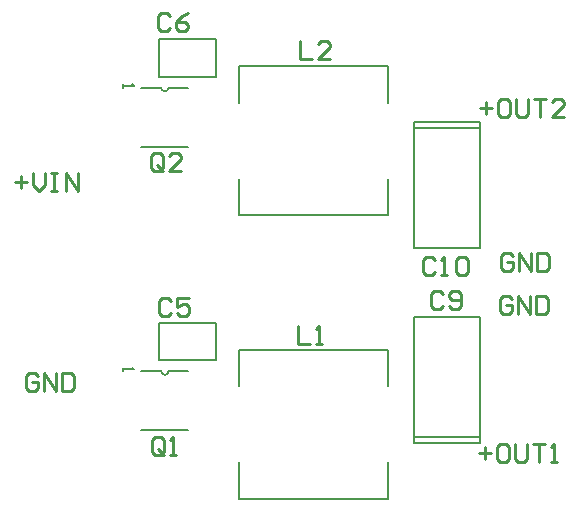
<source format=gto>
G04*
G04 #@! TF.GenerationSoftware,Altium Limited,Altium Designer,18.0.12 (696)*
G04*
G04 Layer_Color=65535*
%FSLAX25Y25*%
%MOIN*%
G70*
G01*
G75*
%ADD10C,0.00787*%
%ADD11C,0.01000*%
D10*
X56624Y68898D02*
G03*
X59124Y68898I1250J0D01*
G01*
X56624Y163386D02*
G03*
X59124Y163386I1250J0D01*
G01*
X50000Y68898D02*
X56624D01*
X59124D02*
X65748D01*
X50000Y49213D02*
X65748D01*
X50000Y143701D02*
X65748D01*
X59124Y163386D02*
X65748D01*
X50000D02*
X56624D01*
X82677Y75984D02*
X132283D01*
X82677Y26378D02*
X132283D01*
Y38583D01*
X82677Y26378D02*
Y38583D01*
X132283Y63779D02*
Y75984D01*
X82677Y63779D02*
Y75984D01*
X55905Y72441D02*
Y85039D01*
X74803D01*
Y72441D02*
Y85039D01*
X55905Y72441D02*
X74803D01*
Y166929D02*
Y179528D01*
X55905Y166929D02*
X74803D01*
X55905D02*
Y179528D01*
X74803D01*
X162992Y46850D02*
Y87008D01*
X140945D02*
X162992D01*
X140945Y46850D02*
Y87008D01*
Y46850D02*
X162992D01*
X140945Y44882D02*
X162992D01*
X140945D02*
Y46850D01*
X162992Y44882D02*
Y46850D01*
X140945Y109843D02*
Y150000D01*
Y109843D02*
X162992D01*
Y150000D01*
X140945D02*
X162992D01*
X140945Y151969D02*
X162992D01*
Y150000D02*
Y151969D01*
X140945Y150000D02*
Y151969D01*
X82677Y120866D02*
X132283D01*
X82677Y170472D02*
X132283D01*
X82677Y158268D02*
Y170472D01*
X132283Y158268D02*
Y170472D01*
X82677Y120866D02*
Y133071D01*
X132283Y120866D02*
Y133071D01*
X44094Y70079D02*
Y68898D01*
Y69488D01*
X47637D01*
X47046Y70079D01*
X44094Y164567D02*
Y163386D01*
Y163977D01*
X47637D01*
X47046Y164567D01*
D11*
X162795Y156700D02*
X166794D01*
X164795Y158699D02*
Y154701D01*
X171792Y159699D02*
X169793D01*
X168793Y158699D01*
Y154701D01*
X169793Y153701D01*
X171792D01*
X172792Y154701D01*
Y158699D01*
X171792Y159699D01*
X174791D02*
Y154701D01*
X175791Y153701D01*
X177790D01*
X178790Y154701D01*
Y159699D01*
X180789D02*
X184788D01*
X182789D01*
Y153701D01*
X190786D02*
X186787D01*
X190786Y157700D01*
Y158699D01*
X189787Y159699D01*
X187787D01*
X186787Y158699D01*
X162559Y41660D02*
X166558D01*
X164558Y43660D02*
Y39661D01*
X171556Y44660D02*
X169557D01*
X168557Y43660D01*
Y39661D01*
X169557Y38661D01*
X171556D01*
X172556Y39661D01*
Y43660D01*
X171556Y44660D01*
X174555D02*
Y39661D01*
X175555Y38661D01*
X177554D01*
X178554Y39661D01*
Y44660D01*
X180553D02*
X184552D01*
X182553D01*
Y38661D01*
X186551D02*
X188551D01*
X187551D01*
Y44660D01*
X186551Y43660D01*
X173723Y92794D02*
X172723Y93793D01*
X170724D01*
X169724Y92794D01*
Y88795D01*
X170724Y87795D01*
X172723D01*
X173723Y88795D01*
Y90794D01*
X171724D01*
X175723Y87795D02*
Y93793D01*
X179721Y87795D01*
Y93793D01*
X181720D02*
Y87795D01*
X184720D01*
X185719Y88795D01*
Y92794D01*
X184720Y93793D01*
X181720D01*
X173841Y107203D02*
X172842Y108203D01*
X170842D01*
X169843Y107203D01*
Y103204D01*
X170842Y102205D01*
X172842D01*
X173841Y103204D01*
Y105204D01*
X171842D01*
X175841Y102205D02*
Y108203D01*
X179839Y102205D01*
Y108203D01*
X181839D02*
Y102205D01*
X184838D01*
X185837Y103204D01*
Y107203D01*
X184838Y108203D01*
X181839D01*
X15731Y67282D02*
X14731Y68282D01*
X12732D01*
X11732Y67282D01*
Y63283D01*
X12732Y62283D01*
X14731D01*
X15731Y63283D01*
Y65282D01*
X13732D01*
X17730Y62283D02*
Y68282D01*
X21729Y62283D01*
Y68282D01*
X23728D02*
Y62283D01*
X26727D01*
X27727Y63283D01*
Y67282D01*
X26727Y68282D01*
X23728D01*
X8032Y131857D02*
X12030D01*
X10031Y133857D02*
Y129858D01*
X14030Y134856D02*
Y130858D01*
X16029Y128858D01*
X18028Y130858D01*
Y134856D01*
X20028D02*
X22027D01*
X21027D01*
Y128858D01*
X20028D01*
X22027D01*
X25026D02*
Y134856D01*
X29025Y128858D01*
Y134856D01*
X57188Y136433D02*
Y140431D01*
X56188Y141431D01*
X54189D01*
X53189Y140431D01*
Y136433D01*
X54189Y135433D01*
X56188D01*
X55188Y137432D02*
X57188Y135433D01*
X56188D02*
X57188Y136433D01*
X63186Y135433D02*
X59187D01*
X63186Y139432D01*
Y140431D01*
X62186Y141431D01*
X60187D01*
X59187Y140431D01*
X57463Y41945D02*
Y45943D01*
X56464Y46943D01*
X54464D01*
X53465Y45943D01*
Y41945D01*
X54464Y40945D01*
X56464D01*
X55464Y42944D02*
X57463Y40945D01*
X56464D02*
X57463Y41945D01*
X59463Y40945D02*
X61462D01*
X60462D01*
Y46943D01*
X59463Y45943D01*
X102913Y178793D02*
Y172795D01*
X106912D01*
X112910D02*
X108911D01*
X112910Y176794D01*
Y177794D01*
X111910Y178793D01*
X109911D01*
X108911Y177794D01*
X102205Y83912D02*
Y77913D01*
X106203D01*
X108203D02*
X110202D01*
X109203D01*
Y83912D01*
X108203Y82912D01*
X148054Y105983D02*
X147054Y106982D01*
X145055D01*
X144055Y105983D01*
Y101984D01*
X145055Y100984D01*
X147054D01*
X148054Y101984D01*
X150053Y100984D02*
X152052D01*
X151053D01*
Y106982D01*
X150053Y105983D01*
X155052D02*
X156051Y106982D01*
X158051D01*
X159050Y105983D01*
Y101984D01*
X158051Y100984D01*
X156051D01*
X155052Y101984D01*
Y105983D01*
X150574Y94683D02*
X149574Y95683D01*
X147574D01*
X146575Y94683D01*
Y90685D01*
X147574Y89685D01*
X149574D01*
X150574Y90685D01*
X152573D02*
X153572Y89685D01*
X155572D01*
X156572Y90685D01*
Y94683D01*
X155572Y95683D01*
X153572D01*
X152573Y94683D01*
Y93684D01*
X153572Y92684D01*
X156572D01*
X59589Y187124D02*
X58590Y188124D01*
X56590D01*
X55590Y187124D01*
Y183126D01*
X56590Y182126D01*
X58590D01*
X59589Y183126D01*
X65587Y188124D02*
X63588Y187124D01*
X61589Y185125D01*
Y183126D01*
X62588Y182126D01*
X64588D01*
X65587Y183126D01*
Y184125D01*
X64588Y185125D01*
X61589D01*
X59983Y92085D02*
X58983Y93085D01*
X56984D01*
X55984Y92085D01*
Y88086D01*
X56984Y87087D01*
X58983D01*
X59983Y88086D01*
X65981Y93085D02*
X61982D01*
Y90086D01*
X63982Y91085D01*
X64981D01*
X65981Y90086D01*
Y88086D01*
X64981Y87087D01*
X62982D01*
X61982Y88086D01*
M02*

</source>
